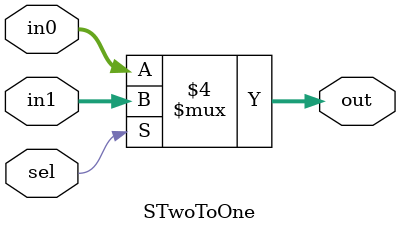
<source format=v>
`timescale 1s/1s

module STwoToOne (sel, in0, in1, out);
  input sel;
  input [7:0] in0, in1;
  output reg [7:0] out;

	always @(sel, in0, in1)
		if (sel == 0)
			out <= in0;
		else
			out <= in1;	  
endmodule
</source>
